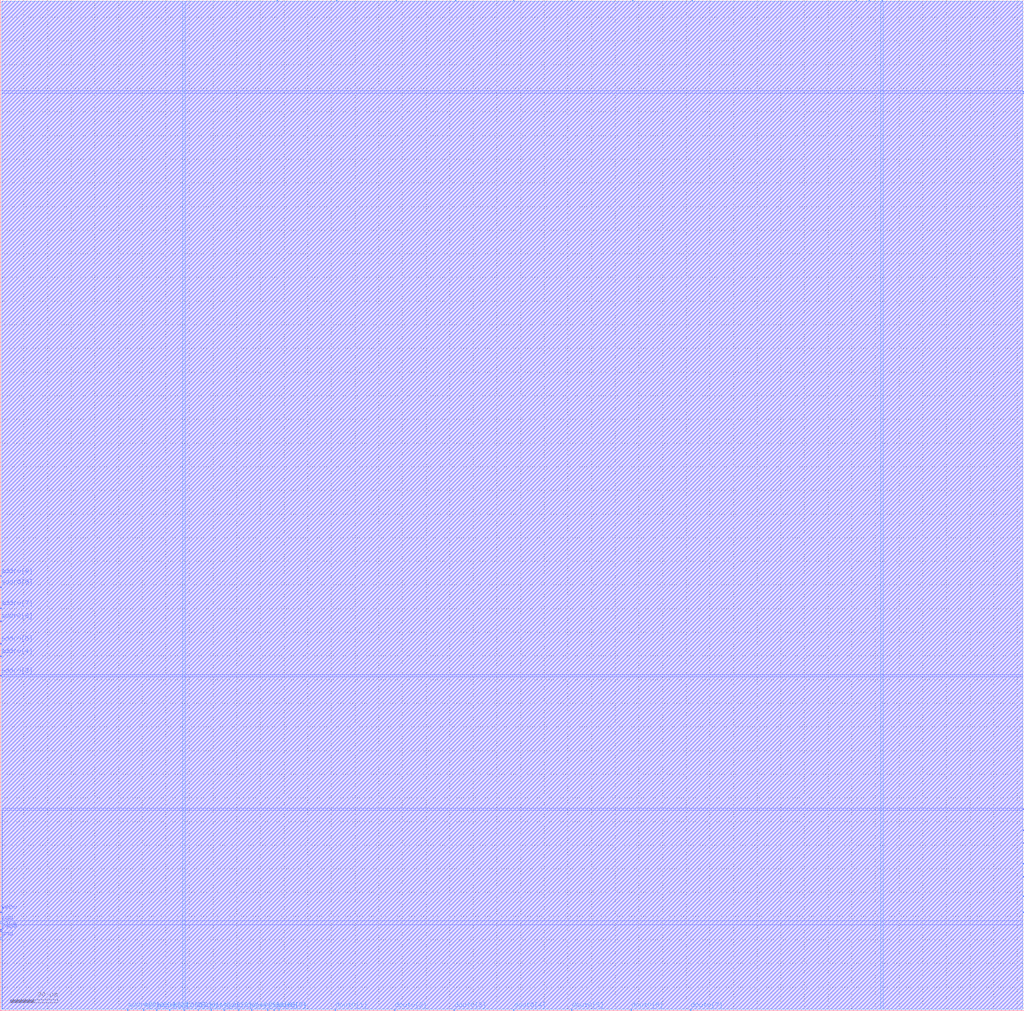
<source format=lef>
VERSION 5.4 ;
NAMESCASESENSITIVE ON ;
BUSBITCHARS "[]" ;
DIVIDERCHAR "/" ;
UNITS
  DATABASE MICRONS 2000 ;
END UNITS
MACRO sky130_sram_1kbyte_1rw1r_8x1024_8
   CLASS BLOCK ;
   SIZE 432.86 BY 427.42 ;
   SYMMETRY X Y R90 ;
   PIN din0[0]
      DIRECTION INPUT ;
      PORT
         LAYER met4 ;
         RECT  77.52 0.0 77.9 0.38 ;
      END
   END din0[0]
   PIN din0[1]
      DIRECTION INPUT ;
      PORT
         LAYER met4 ;
         RECT  83.64 0.0 84.02 0.38 ;
      END
   END din0[1]
   PIN din0[2]
      DIRECTION INPUT ;
      PORT
         LAYER met4 ;
         RECT  89.08 0.0 89.46 0.38 ;
      END
   END din0[2]
   PIN din0[3]
      DIRECTION INPUT ;
      PORT
         LAYER met4 ;
         RECT  94.52 0.0 94.9 0.38 ;
      END
   END din0[3]
   PIN din0[4]
      DIRECTION INPUT ;
      PORT
         LAYER met4 ;
         RECT  100.64 0.0 101.02 0.38 ;
      END
   END din0[4]
   PIN din0[5]
      DIRECTION INPUT ;
      PORT
         LAYER met4 ;
         RECT  106.08 0.0 106.46 0.38 ;
      END
   END din0[5]
   PIN din0[6]
      DIRECTION INPUT ;
      PORT
         LAYER met4 ;
         RECT  112.88 0.0 113.26 0.38 ;
      END
   END din0[6]
   PIN din0[7]
      DIRECTION INPUT ;
      PORT
         LAYER met4 ;
         RECT  117.64 0.0 118.02 0.38 ;
      END
   END din0[7]
   PIN addr0[0]
      DIRECTION INPUT ;
      PORT
         LAYER met4 ;
         RECT  53.72 0.0 54.1 0.38 ;
      END
   END addr0[0]
   PIN addr0[1]
      DIRECTION INPUT ;
      PORT
         LAYER met4 ;
         RECT  60.52 0.0 60.9 0.38 ;
      END
   END addr0[1]
   PIN addr0[2]
      DIRECTION INPUT ;
      PORT
         LAYER met4 ;
         RECT  65.96 0.0 66.34 0.38 ;
      END
   END addr0[2]
   PIN addr0[3]
      DIRECTION INPUT ;
      PORT
         LAYER met3 ;
         RECT  0.0 141.44 0.38 141.82 ;
      END
   END addr0[3]
   PIN addr0[4]
      DIRECTION INPUT ;
      PORT
         LAYER met3 ;
         RECT  0.0 149.6 0.38 149.98 ;
      END
   END addr0[4]
   PIN addr0[5]
      DIRECTION INPUT ;
      PORT
         LAYER met3 ;
         RECT  0.0 155.04 0.38 155.42 ;
      END
   END addr0[5]
   PIN addr0[6]
      DIRECTION INPUT ;
      PORT
         LAYER met3 ;
         RECT  0.0 164.56 0.38 164.94 ;
      END
   END addr0[6]
   PIN addr0[7]
      DIRECTION INPUT ;
      PORT
         LAYER met3 ;
         RECT  0.0 170.0 0.38 170.38 ;
      END
   END addr0[7]
   PIN addr0[8]
      DIRECTION INPUT ;
      PORT
         LAYER met3 ;
         RECT  0.0 178.84 0.38 179.22 ;
      END
   END addr0[8]
   PIN addr0[9]
      DIRECTION INPUT ;
      PORT
         LAYER met3 ;
         RECT  0.0 183.6 0.38 183.98 ;
      END
   END addr0[9]
   PIN addr1[0]
      DIRECTION INPUT ;
      PORT
         LAYER met4 ;
         RECT  372.64 427.04 373.02 427.42 ;
      END
   END addr1[0]
   PIN addr1[1]
      DIRECTION INPUT ;
      PORT
         LAYER met4 ;
         RECT  367.2 427.04 367.58 427.42 ;
      END
   END addr1[1]
   PIN addr1[2]
      DIRECTION INPUT ;
      PORT
         LAYER met4 ;
         RECT  361.76 427.04 362.14 427.42 ;
      END
   END addr1[2]
   PIN addr1[3]
      DIRECTION INPUT ;
      PORT
         LAYER met3 ;
         RECT  432.48 85.0 432.86 85.38 ;
      END
   END addr1[3]
   PIN addr1[4]
      DIRECTION INPUT ;
      PORT
         LAYER met3 ;
         RECT  432.48 76.16 432.86 76.54 ;
      END
   END addr1[4]
   PIN addr1[5]
      DIRECTION INPUT ;
      PORT
         LAYER met3 ;
         RECT  432.48 70.72 432.86 71.1 ;
      END
   END addr1[5]
   PIN addr1[6]
      DIRECTION INPUT ;
      PORT
         LAYER met3 ;
         RECT  432.48 61.88 432.86 62.26 ;
      END
   END addr1[6]
   PIN addr1[7]
      DIRECTION INPUT ;
      PORT
         LAYER met3 ;
         RECT  432.48 56.44 432.86 56.82 ;
      END
   END addr1[7]
   PIN addr1[8]
      DIRECTION INPUT ;
      PORT
         LAYER met3 ;
         RECT  432.48 48.28 432.86 48.66 ;
      END
   END addr1[8]
   PIN addr1[9]
      DIRECTION INPUT ;
      PORT
         LAYER met3 ;
         RECT  432.48 41.48 432.86 41.86 ;
      END
   END addr1[9]
   PIN csb0
      DIRECTION INPUT ;
      PORT
         LAYER met3 ;
         RECT  0.0 33.32 0.38 33.7 ;
      END
   END csb0
   PIN csb1
      DIRECTION INPUT ;
      PORT
         LAYER met3 ;
         RECT  432.48 388.28 432.86 388.66 ;
      END
   END csb1
   PIN web0
      DIRECTION INPUT ;
      PORT
         LAYER met3 ;
         RECT  0.0 41.48 0.38 41.86 ;
      END
   END web0
   PIN clk0
      DIRECTION INPUT ;
      PORT
         LAYER met3 ;
         RECT  0.0 34.0 0.38 34.38 ;
      END
   END clk0
   PIN clk1
      DIRECTION INPUT ;
      PORT
         LAYER met3 ;
         RECT  432.48 387.6 432.86 387.98 ;
      END
   END clk1
   PIN wmask0[0]
      DIRECTION INPUT ;
      PORT
         LAYER met4 ;
         RECT  71.4 0.0 71.78 0.38 ;
      END
   END wmask0[0]
   PIN dout0[0]
      DIRECTION OUTPUT ;
      PORT
         LAYER met4 ;
         RECT  115.6 0.0 115.98 0.38 ;
      END
   END dout0[0]
   PIN dout0[1]
      DIRECTION OUTPUT ;
      PORT
         LAYER met4 ;
         RECT  141.44 0.0 141.82 0.38 ;
      END
   END dout0[1]
   PIN dout0[2]
      DIRECTION OUTPUT ;
      PORT
         LAYER met4 ;
         RECT  166.6 0.0 166.98 0.38 ;
      END
   END dout0[2]
   PIN dout0[3]
      DIRECTION OUTPUT ;
      PORT
         LAYER met4 ;
         RECT  191.76 0.0 192.14 0.38 ;
      END
   END dout0[3]
   PIN dout0[4]
      DIRECTION OUTPUT ;
      PORT
         LAYER met4 ;
         RECT  216.92 0.0 217.3 0.38 ;
      END
   END dout0[4]
   PIN dout0[5]
      DIRECTION OUTPUT ;
      PORT
         LAYER met4 ;
         RECT  241.4 0.0 241.78 0.38 ;
      END
   END dout0[5]
   PIN dout0[6]
      DIRECTION OUTPUT ;
      PORT
         LAYER met4 ;
         RECT  266.56 0.0 266.94 0.38 ;
      END
   END dout0[6]
   PIN dout0[7]
      DIRECTION OUTPUT ;
      PORT
         LAYER met4 ;
         RECT  291.72 0.0 292.1 0.38 ;
      END
   END dout0[7]
   PIN dout1[0]
      DIRECTION OUTPUT ;
      PORT
         LAYER met4 ;
         RECT  116.96 427.04 117.34 427.42 ;
      END
   END dout1[0]
   PIN dout1[1]
      DIRECTION OUTPUT ;
      PORT
         LAYER met4 ;
         RECT  142.12 427.04 142.5 427.42 ;
      END
   END dout1[1]
   PIN dout1[2]
      DIRECTION OUTPUT ;
      PORT
         LAYER met4 ;
         RECT  167.28 427.04 167.66 427.42 ;
      END
   END dout1[2]
   PIN dout1[3]
      DIRECTION OUTPUT ;
      PORT
         LAYER met4 ;
         RECT  192.44 427.04 192.82 427.42 ;
      END
   END dout1[3]
   PIN dout1[4]
      DIRECTION OUTPUT ;
      PORT
         LAYER met4 ;
         RECT  216.92 427.04 217.3 427.42 ;
      END
   END dout1[4]
   PIN dout1[5]
      DIRECTION OUTPUT ;
      PORT
         LAYER met4 ;
         RECT  241.4 427.04 241.78 427.42 ;
      END
   END dout1[5]
   PIN dout1[6]
      DIRECTION OUTPUT ;
      PORT
         LAYER met4 ;
         RECT  267.24 427.04 267.62 427.42 ;
      END
   END dout1[6]
   PIN dout1[7]
      DIRECTION OUTPUT ;
      PORT
         LAYER met4 ;
         RECT  292.4 427.04 292.78 427.42 ;
      END
   END dout1[7]
   PIN vdd
      DIRECTION INOUT ;
      USE POWER ; 
      SHAPE ABUTMENT ; 
      PORT
         LAYER met3 ;
         RECT  0.0 36.72 0.6 37.78 ;
      END
   END vdd
   PIN gnd
      DIRECTION INOUT ;
      USE GROUND ; 
      SHAPE ABUTMENT ; 
      PORT
         LAYER met3 ;
         RECT  0.0 29.92 0.6 30.98 ;
      END
   END gnd
   OBS
   LAYER  met1 ;
      RECT  0.62 0.62 432.24 426.8 ;
   LAYER  met2 ;
      RECT  0.62 0.62 432.24 426.8 ;
   LAYER  met3 ;
      RECT  0.68 141.14 432.24 142.12 ;
      RECT  0.62 142.12 0.68 149.3 ;
      RECT  0.62 150.28 0.68 154.74 ;
      RECT  0.62 155.72 0.68 164.26 ;
      RECT  0.62 165.24 0.68 169.7 ;
      RECT  0.62 170.68 0.68 178.54 ;
      RECT  0.62 179.52 0.68 183.3 ;
      RECT  0.62 184.28 0.68 426.8 ;
      RECT  0.68 84.7 432.18 85.68 ;
      RECT  0.68 85.68 432.18 141.14 ;
      RECT  432.18 85.68 432.24 141.14 ;
      RECT  432.18 76.84 432.24 84.7 ;
      RECT  432.18 71.4 432.24 75.86 ;
      RECT  432.18 62.56 432.24 70.42 ;
      RECT  432.18 57.12 432.24 61.58 ;
      RECT  432.18 48.96 432.24 56.14 ;
      RECT  432.18 0.62 432.24 41.18 ;
      RECT  432.18 42.16 432.24 47.98 ;
      RECT  0.68 142.12 432.18 387.98 ;
      RECT  0.68 387.98 432.18 388.96 ;
      RECT  0.68 388.96 432.18 426.8 ;
      RECT  432.18 388.96 432.24 426.8 ;
      RECT  0.62 42.16 0.68 141.14 ;
      RECT  432.18 142.12 432.24 387.3 ;
      RECT  0.68 38.08 0.9 84.7 ;
      RECT  0.9 0.62 432.18 36.42 ;
      RECT  0.9 36.42 432.18 38.08 ;
      RECT  0.9 38.08 432.18 84.7 ;
      RECT  0.62 34.68 0.68 36.42 ;
      RECT  0.62 38.08 0.68 41.18 ;
      RECT  0.62 0.62 0.68 29.62 ;
      RECT  0.62 31.28 0.68 33.02 ;
      RECT  0.68 0.62 0.9 29.62 ;
      RECT  0.68 31.28 0.9 36.42 ;
   LAYER  met4 ;
      RECT  0.62 0.68 77.22 426.8 ;
      RECT  77.22 0.68 78.2 426.8 ;
      RECT  78.2 0.62 83.34 0.68 ;
      RECT  84.32 0.62 88.78 0.68 ;
      RECT  89.76 0.62 94.22 0.68 ;
      RECT  95.2 0.62 100.34 0.68 ;
      RECT  101.32 0.62 105.78 0.68 ;
      RECT  106.76 0.62 112.58 0.68 ;
      RECT  0.62 0.62 53.42 0.68 ;
      RECT  54.4 0.62 60.22 0.68 ;
      RECT  61.2 0.62 65.66 0.68 ;
      RECT  78.2 0.68 372.34 426.74 ;
      RECT  372.34 0.68 373.32 426.74 ;
      RECT  373.32 0.68 432.24 426.74 ;
      RECT  373.32 426.74 432.24 426.8 ;
      RECT  367.88 426.74 372.34 426.8 ;
      RECT  362.44 426.74 366.9 426.8 ;
      RECT  66.64 0.62 71.1 0.68 ;
      RECT  72.08 0.62 77.22 0.68 ;
      RECT  113.56 0.62 115.3 0.68 ;
      RECT  116.28 0.62 117.34 0.68 ;
      RECT  118.32 0.62 141.14 0.68 ;
      RECT  142.12 0.62 166.3 0.68 ;
      RECT  167.28 0.62 191.46 0.68 ;
      RECT  192.44 0.62 216.62 0.68 ;
      RECT  217.6 0.62 241.1 0.68 ;
      RECT  242.08 0.62 266.26 0.68 ;
      RECT  267.24 0.62 291.42 0.68 ;
      RECT  292.4 0.62 432.24 0.68 ;
      RECT  78.2 426.74 116.66 426.8 ;
      RECT  117.64 426.74 141.82 426.8 ;
      RECT  142.8 426.74 166.98 426.8 ;
      RECT  167.96 426.74 192.14 426.8 ;
      RECT  193.12 426.74 216.62 426.8 ;
      RECT  217.6 426.74 241.1 426.8 ;
      RECT  242.08 426.74 266.94 426.8 ;
      RECT  267.92 426.74 292.1 426.8 ;
      RECT  293.08 426.74 361.46 426.8 ;
   END
END    sky130_sram_1kbyte_1rw1r_8x1024_8
END    LIBRARY

</source>
